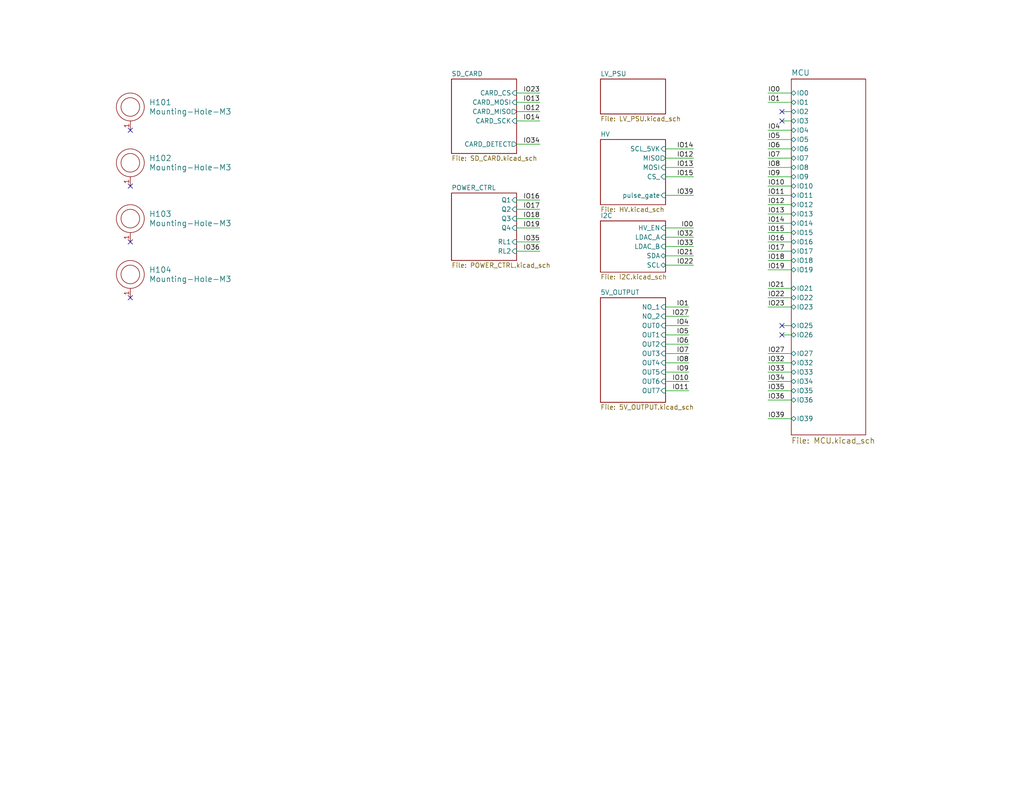
<source format=kicad_sch>
(kicad_sch (version 20231120) (generator "eeschema") (generator_version "8.0")
  (paper "USLetter")
  (title_block (title "SACE 2024") (date "2024-05-13") (comment 1 "Gérémy Sauvageau"))
  (lib_symbols
    (symbol "Mechanicals:Mounting-Hole-M3" (pin_names (offset 1.016))
      (property "Reference" "H" (at 0 5.08 0))
      (property "Value" "Mounting-Hole-M3" (at 0 -11.43 0))
      (symbol "Mounting-Hole-M3_0_1"
        (circle (center 0 0) (radius 2.54))
        (circle (center 0 0) (radius 3.81))
      )
      (symbol "Mounting-Hole-M3_1_1"
        (pin input line (at 0 -6.35 90) (length 2.54) (name "~") (number "1"))
      )
    )
  )
  (no_connect (at 35.56 66.04))
  (no_connect (at 35.56 81.28))
  (no_connect (at 213.36 91.44))
  (no_connect (at 213.36 33.02))
  (no_connect (at 213.36 88.9))
  (no_connect (at 35.56 50.8))
  (no_connect (at 35.56 35.56))
  (no_connect (at 213.36 30.48))
  (wire (pts (xy 209.55 104.14) (xy 215.9 104.14)))
  (wire (pts (xy 181.61 40.64) (xy 189.23 40.64)))
  (wire (pts (xy 181.61 101.6) (xy 187.96 101.6)))
  (wire (pts (xy 181.61 106.68) (xy 187.96 106.68)))
  (wire (pts (xy 209.55 99.06) (xy 215.9 99.06)))
  (wire (pts (xy 209.55 101.6) (xy 215.9 101.6)))
  (wire (pts (xy 181.61 72.39) (xy 189.23 72.39)))
  (wire (pts (xy 140.97 25.4) (xy 147.32 25.4)))
  (wire (pts (xy 181.61 88.9) (xy 187.96 88.9)))
  (wire (pts (xy 209.55 114.3) (xy 215.9 114.3)))
  (wire (pts (xy 140.97 54.61) (xy 147.32 54.61)))
  (wire (pts (xy 181.61 104.14) (xy 187.96 104.14)))
  (wire (pts (xy 140.97 57.15) (xy 147.32 57.15)))
  (wire (pts (xy 181.61 86.36) (xy 187.96 86.36)))
  (wire (pts (xy 181.61 83.82) (xy 187.96 83.82)))
  (wire (pts (xy 209.55 81.28) (xy 215.9 81.28)))
  (wire (pts (xy 209.55 60.96) (xy 215.9 60.96)))
  (wire (pts (xy 140.97 27.94) (xy 147.32 27.94)))
  (wire (pts (xy 209.55 68.58) (xy 215.9 68.58)))
  (wire (pts (xy 140.97 66.04) (xy 147.32 66.04)))
  (wire (pts (xy 213.36 30.48) (xy 215.9 30.48)))
  (wire (pts (xy 209.55 45.72) (xy 215.9 45.72)))
  (wire (pts (xy 181.61 67.31) (xy 189.23 67.31)))
  (wire (pts (xy 213.36 91.44) (xy 215.9 91.44)))
  (wire (pts (xy 140.97 68.58) (xy 147.32 68.58)))
  (wire (pts (xy 209.55 27.94) (xy 215.9 27.94)))
  (wire (pts (xy 140.97 33.02) (xy 147.32 33.02)))
  (wire (pts (xy 209.55 35.56) (xy 215.9 35.56)))
  (wire (pts (xy 181.61 53.34) (xy 189.23 53.34)))
  (wire (pts (xy 209.55 58.42) (xy 215.9 58.42)))
  (wire (pts (xy 209.55 40.64) (xy 215.9 40.64)))
  (wire (pts (xy 140.97 59.69) (xy 147.32 59.69)))
  (wire (pts (xy 209.55 43.18) (xy 215.9 43.18)))
  (wire (pts (xy 140.97 30.48) (xy 147.32 30.48)))
  (wire (pts (xy 209.55 78.74) (xy 215.9 78.74)))
  (wire (pts (xy 213.36 33.02) (xy 215.9 33.02)))
  (wire (pts (xy 209.55 106.68) (xy 215.9 106.68)))
  (wire (pts (xy 209.55 48.26) (xy 215.9 48.26)))
  (wire (pts (xy 181.61 62.23) (xy 189.23 62.23)))
  (wire (pts (xy 209.55 63.5) (xy 215.9 63.5)))
  (wire (pts (xy 181.61 93.98) (xy 187.96 93.98)))
  (wire (pts (xy 209.55 50.8) (xy 215.9 50.8)))
  (wire (pts (xy 209.55 25.4) (xy 215.9 25.4)))
  (wire (pts (xy 209.55 55.88) (xy 215.9 55.88)))
  (wire (pts (xy 181.61 64.77) (xy 189.23 64.77)))
  (wire (pts (xy 209.55 71.12) (xy 215.9 71.12)))
  (wire (pts (xy 209.55 38.1) (xy 215.9 38.1)))
  (wire (pts (xy 181.61 43.18) (xy 189.23 43.18)))
  (wire (pts (xy 140.97 39.37) (xy 147.32 39.37)))
  (wire (pts (xy 209.55 66.04) (xy 215.9 66.04)))
  (wire (pts (xy 181.61 96.52) (xy 187.96 96.52)))
  (wire (pts (xy 140.97 62.23) (xy 147.32 62.23)))
  (wire (pts (xy 181.61 99.06) (xy 187.96 99.06)))
  (wire (pts (xy 209.55 53.34) (xy 215.9 53.34)))
  (wire (pts (xy 209.55 83.82) (xy 215.9 83.82)))
  (wire (pts (xy 181.61 48.26) (xy 189.23 48.26)))
  (wire (pts (xy 213.36 88.9) (xy 215.9 88.9)))
  (wire (pts (xy 181.61 91.44) (xy 187.96 91.44)))
  (wire (pts (xy 209.55 109.22) (xy 215.9 109.22)))
  (wire (pts (xy 181.61 45.72) (xy 189.23 45.72)))
  (wire (pts (xy 181.61 69.85) (xy 189.23 69.85)))
  (wire (pts (xy 209.55 96.52) (xy 215.9 96.52)))
  (wire (pts (xy 209.55 73.66) (xy 215.9 73.66)))
  (label "IO0" (at 209.55 25.4 0))
  (label "IO39" (at 209.55 114.3 0))
  (label "IO12" (at 147.32 30.48 180))
  (label "IO9" (at 187.96 101.6 180))
  (label "IO32" (at 209.55 99.06 0))
  (label "IO16" (at 209.55 66.04 0))
  (label "IO22" (at 189.23 72.39 180))
  (label "IO39" (at 189.23 53.34 180))
  (label "IO27" (at 187.96 86.36 180))
  (label "IO18" (at 147.32 59.69 180))
  (label "IO5" (at 187.96 91.44 180))
  (label "IO19" (at 147.32 62.23 180))
  (label "IO7" (at 209.55 43.18 0))
  (label "IO10" (at 209.55 50.8 0))
  (label "IO12" (at 209.55 55.88 0))
  (label "IO0" (at 189.23 62.23 180))
  (label "IO13" (at 147.32 27.94 180))
  (label "IO5" (at 209.55 38.1 0))
  (label "IO36" (at 209.55 109.22 0))
  (label "IO16" (at 147.32 54.61 180))
  (label "IO27" (at 209.55 96.52 0))
  (label "IO19" (at 209.55 73.66 0))
  (label "IO11" (at 209.55 53.34 0))
  (label "IO8" (at 209.55 45.72 0))
  (label "IO13" (at 209.55 58.42 0))
  (label "IO23" (at 147.32 25.4 180))
  (label "IO35" (at 147.32 66.04 180))
  (label "IO22" (at 209.55 81.28 0))
  (label "IO14" (at 189.23 40.64 180))
  (label "IO7" (at 187.96 96.52 180))
  (label "IO14" (at 147.32 33.02 180))
  (label "IO33" (at 189.23 67.31 180))
  (label "IO17" (at 147.32 57.15 180))
  (label "IO17" (at 209.55 68.58 0))
  (label "IO35" (at 209.55 106.68 0))
  (label "IO1" (at 209.55 27.94 0))
  (label "IO10" (at 187.96 104.14 180))
  (label "IO15" (at 189.23 48.26 180))
  (label "IO9" (at 209.55 48.26 0))
  (label "IO33" (at 209.55 101.6 0))
  (label "IO11" (at 187.96 106.68 180))
  (label "IO1" (at 187.96 83.82 180))
  (label "IO32" (at 189.23 64.77 180))
  (label "IO4" (at 209.55 35.56 0))
  (label "IO6" (at 209.55 40.64 0))
  (label "IO18" (at 209.55 71.12 0))
  (label "IO13" (at 189.23 45.72 180))
  (label "IO15" (at 209.55 63.5 0))
  (label "IO8" (at 187.96 99.06 180))
  (label "IO21" (at 209.55 78.74 0))
  (label "IO4" (at 187.96 88.9 180))
  (label "IO12" (at 189.23 43.18 180))
  (label "IO14" (at 209.55 60.96 0))
  (label "IO6" (at 187.96 93.98 180))
  (label "IO36" (at 147.32 68.58 180))
  (label "IO21" (at 189.23 69.85 180))
  (label "IO23" (at 209.55 83.82 0))
  (label "IO34" (at 209.55 104.14 0))
  (label "IO34" (at 147.32 39.37 180))
  (symbol (lib_id "Mechanicals:Mounting-Hole-M3") (at 35.56 44.45 0) (unit 1)
    (property "Reference" "H102" (at 40.64 43.1799 0) (effects (font (size 1.524 1.524)) (justify left)))
    (property "Value" "Mounting-Hole-M3" (at 40.64 45.7199 0) (effects (font (size 1.524 1.524)) (justify left)))
    (property "Footprint" "Connectors:Mounting_Hole_3mm" (effects (hide yes)))
    (property "Description" "Mounting Hole for M3" (effects (hide yes)))
  )
  (symbol (lib_id "Mechanicals:Mounting-Hole-M3") (at 35.56 29.21 0) (unit 1)
    (property "Reference" "H101" (at 40.64 27.9399 0) (effects (font (size 1.524 1.524)) (justify left)))
    (property "Value" "Mounting-Hole-M3" (at 40.64 30.4799 0) (effects (font (size 1.524 1.524)) (justify left)))
    (property "Footprint" "Connectors:Mounting_Hole_3mm" (effects (hide yes)))
    (property "Description" "Mounting Hole for M3" (effects (hide yes)))
  )
  (symbol (lib_id "Mechanicals:Mounting-Hole-M3") (at 35.56 59.69 0) (unit 1)
    (property "Reference" "H103" (at 40.64 58.4199 0) (effects (font (size 1.524 1.524)) (justify left)))
    (property "Value" "Mounting-Hole-M3" (at 40.64 60.9599 0) (effects (font (size 1.524 1.524)) (justify left)))
    (property "Footprint" "Connectors:Mounting_Hole_3mm" (effects (hide yes)))
    (property "Description" "Mounting Hole for M3" (effects (hide yes)))
  )
  (symbol (lib_id "Mechanicals:Mounting-Hole-M3") (at 35.56 74.93 0) (unit 1)
    (property "Reference" "H104" (at 40.64 73.6599 0) (effects (font (size 1.524 1.524)) (justify left)))
    (property "Value" "Mounting-Hole-M3" (at 40.64 76.1999 0) (effects (font (size 1.524 1.524)) (justify left)))
    (property "Footprint" "Connectors:Mounting_Hole_3mm" (effects (hide yes)))
    (property "Description" "Mounting Hole for M3" (effects (hide yes)))
  )
  (sheet (at 163.83 21.59) (size 17.78 9.525) (stroke (width 0.1524))
    (property "Sheetname" "LV_PSU" (at 163.83 20.8784 0) (effects (justify left bottom)))
    (property "Sheetfile" "LV_PSU.kicad_sch" (at 163.83 31.6996 0) (effects (justify left top)))
  )
  (sheet (at 163.83 81.28) (size 17.78 28.575) (stroke (width 0.1524))
    (property "Sheetname" "5V_OUTPUT" (at 163.83 80.5684 0) (effects (justify left bottom)))
    (property "Sheetfile" "5V_OUTPUT.kicad_sch" (at 163.83 110.4396 0) (effects (justify left top)))
    (pin "OUT4" input (at 181.61 99.06 0))
    (pin "OUT5" input (at 181.61 101.6 0))
    (pin "OUT6" input (at 181.61 104.14 0))
    (pin "OUT7" input (at 181.61 106.68 0))
    (pin "OUT1" input (at 181.61 91.44 0))
    (pin "OUT3" input (at 181.61 96.52 0))
    (pin "OUT2" input (at 181.61 93.98 0))
    (pin "OUT0" input (at 181.61 88.9 0))
    (pin "NO_1" input (at 181.61 83.82 0))
    (pin "NO_2" input (at 181.61 86.36 0))
  )
  (sheet (at 215.9 21.59) (size 20.32 97.155)
    (property "Sheetname" "MCU" (at 215.9 20.7514 0) (effects (font (size 1.524 1.524)) (justify left bottom)))
    (property "Sheetfile" "MCU.kicad_sch" (at 215.9 119.4312 0) (effects (font (size 1.524 1.524)) (justify left top)))
    (pin "IO15" bidirectional (at 215.9 63.5 180))
    (pin "IO8" bidirectional (at 215.9 45.72 180))
    (pin "IO7" bidirectional (at 215.9 43.18 180))
    (pin "IO6" bidirectional (at 215.9 40.64 180))
    (pin "IO21" bidirectional (at 215.9 78.74 180))
    (pin "IO19" bidirectional (at 215.9 73.66 180))
    (pin "IO18" bidirectional (at 215.9 71.12 180))
    (pin "IO1" bidirectional (at 215.9 27.94 180))
    (pin "IO3" bidirectional (at 215.9 33.02 180))
    (pin "IO4" bidirectional (at 215.9 35.56 180))
    (pin "IO16" bidirectional (at 215.9 66.04 180))
    (pin "IO0" bidirectional (at 215.9 25.4 180))
    (pin "IO2" bidirectional (at 215.9 30.48 180))
    (pin "IO23" bidirectional (at 215.9 83.82 180))
    (pin "IO22" bidirectional (at 215.9 81.28 180))
    (pin "IO5" bidirectional (at 215.9 38.1 180))
    (pin "IO17" bidirectional (at 215.9 68.58 180))
    (pin "IO13" bidirectional (at 215.9 58.42 180))
    (pin "IO9" bidirectional (at 215.9 48.26 180))
    (pin "IO35" bidirectional (at 215.9 106.68 180))
    (pin "IO32" bidirectional (at 215.9 99.06 180))
    (pin "IO33" bidirectional (at 215.9 101.6 180))
    (pin "IO25" bidirectional (at 215.9 88.9 180))
    (pin "IO26" bidirectional (at 215.9 91.44 180))
    (pin "IO27" bidirectional (at 215.9 96.52 180))
    (pin "IO14" bidirectional (at 215.9 60.96 180))
    (pin "IO12" bidirectional (at 215.9 55.88 180))
    (pin "IO36" bidirectional (at 215.9 109.22 180))
    (pin "IO39" bidirectional (at 215.9 114.3 180))
    (pin "IO34" bidirectional (at 215.9 104.14 180))
    (pin "IO10" bidirectional (at 215.9 50.8 180))
    (pin "IO11" bidirectional (at 215.9 53.34 180))
  )
  (sheet (at 123.19 21.59) (size 17.78 20.32) (stroke (width 0.1524))
    (property "Sheetname" "SD_CARD" (at 123.19 20.8784 0) (effects (justify left bottom)))
    (property "Sheetfile" "SD_CARD.kicad_sch" (at 123.19 42.4946 0) (effects (justify left top)))
    (pin "CARD_MOSI" input (at 140.97 27.94 0))
    (pin "CARD_MISO" output (at 140.97 30.48 0))
    (pin "CARD_SCK" input (at 140.97 33.02 0))
    (pin "CARD_DETECT" output (at 140.97 39.37 0))
    (pin "CARD_CS" input (at 140.97 25.4 0))
  )
  (sheet (at 163.83 60.325) (size 17.78 13.97) (stroke (width 0.1524))
    (property "Sheetname" "I2C" (at 163.83 59.6134 0) (effects (justify left bottom)))
    (property "Sheetfile" "I2C.kicad_sch" (at 163.83 74.8796 0) (effects (justify left top)))
    (pin "SDA" bidirectional (at 181.61 69.85 0))
    (pin "SCL" bidirectional (at 181.61 72.39 0))
    (pin "LDAC_B" input (at 181.61 67.31 0))
    (pin "LDAC_A" input (at 181.61 64.77 0))
    (pin "HV_EN" input (at 181.61 62.23 0))
  )
  (sheet (at 163.83 38.1) (size 17.78 17.78) (stroke (width 0.1524))
    (property "Sheetname" "HV" (at 163.83 37.3884 0) (effects (justify left bottom)))
    (property "Sheetfile" "HV.kicad_sch" (at 163.83 56.4646 0) (effects (justify left top)))
    (pin "MISO" output (at 181.61 43.18 0))
    (pin "SCL_5VK" input (at 181.61 40.64 0))
    (pin "MOSI" input (at 181.61 45.72 0))
    (pin "CS_" input (at 181.61 48.26 0))
    (pin "pulse_gate" input (at 181.61 53.34 0))
  )
  (sheet (at 123.19 52.705) (size 17.78 18.415) (stroke (width 0.1524))
    (property "Sheetname" "POWER_CTRL" (at 123.19 51.9934 0) (effects (justify left bottom)))
    (property "Sheetfile" "POWER_CTRL.kicad_sch" (at 123.19 71.7046 0) (effects (justify left top)))
    (pin "RL2" input (at 140.97 68.58 0))
    (pin "RL1" input (at 140.97 66.04 0))
    (pin "Q2" input (at 140.97 57.15 0))
    (pin "Q1" input (at 140.97 54.61 0))
    (pin "Q4" input (at 140.97 62.23 0))
    (pin "Q3" input (at 140.97 59.69 0))
  )
)
</source>
